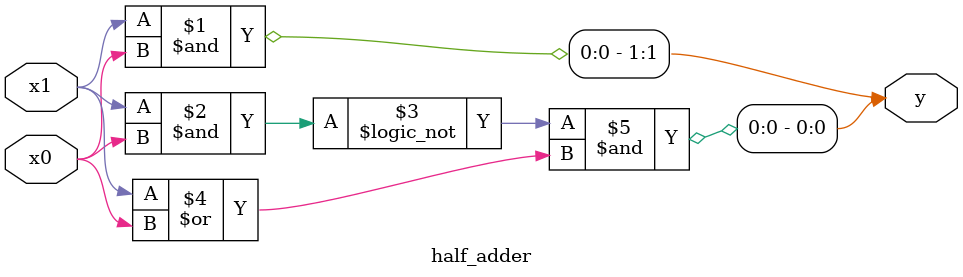
<source format=v>
`timescale 1ns / 1ps
module half_adder(
	input wire x1,
	input wire x0,
	output wire [1:0] y
);
	assign y[1] = x1 & x0;
	assign y[0] = (!(x1&x0)) & (x1|x0);
endmodule

</source>
